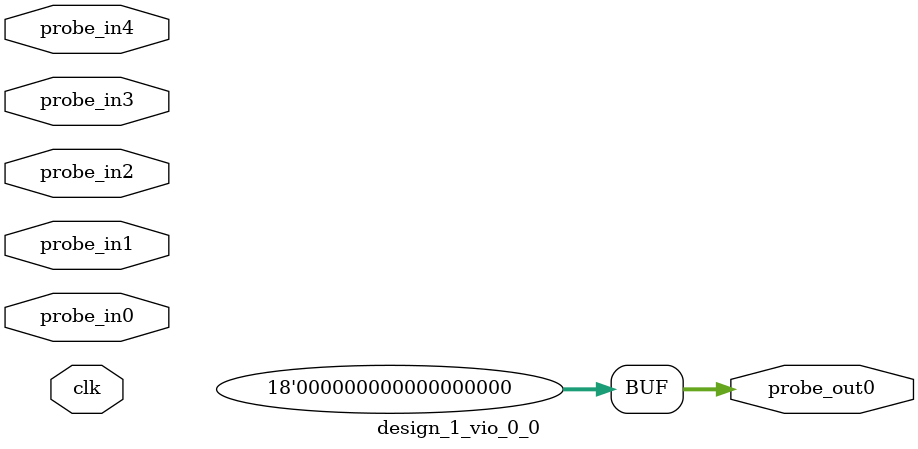
<source format=v>
`timescale 1ns / 1ps
module design_1_vio_0_0 (
clk,
probe_in0,probe_in1,probe_in2,probe_in3,probe_in4,
probe_out0
);

input clk;
input [0 : 0] probe_in0;
input [15 : 0] probe_in1;
input [15 : 0] probe_in2;
input [0 : 0] probe_in3;
input [0 : 0] probe_in4;

output reg [17 : 0] probe_out0 = 'h00000 ;


endmodule

</source>
